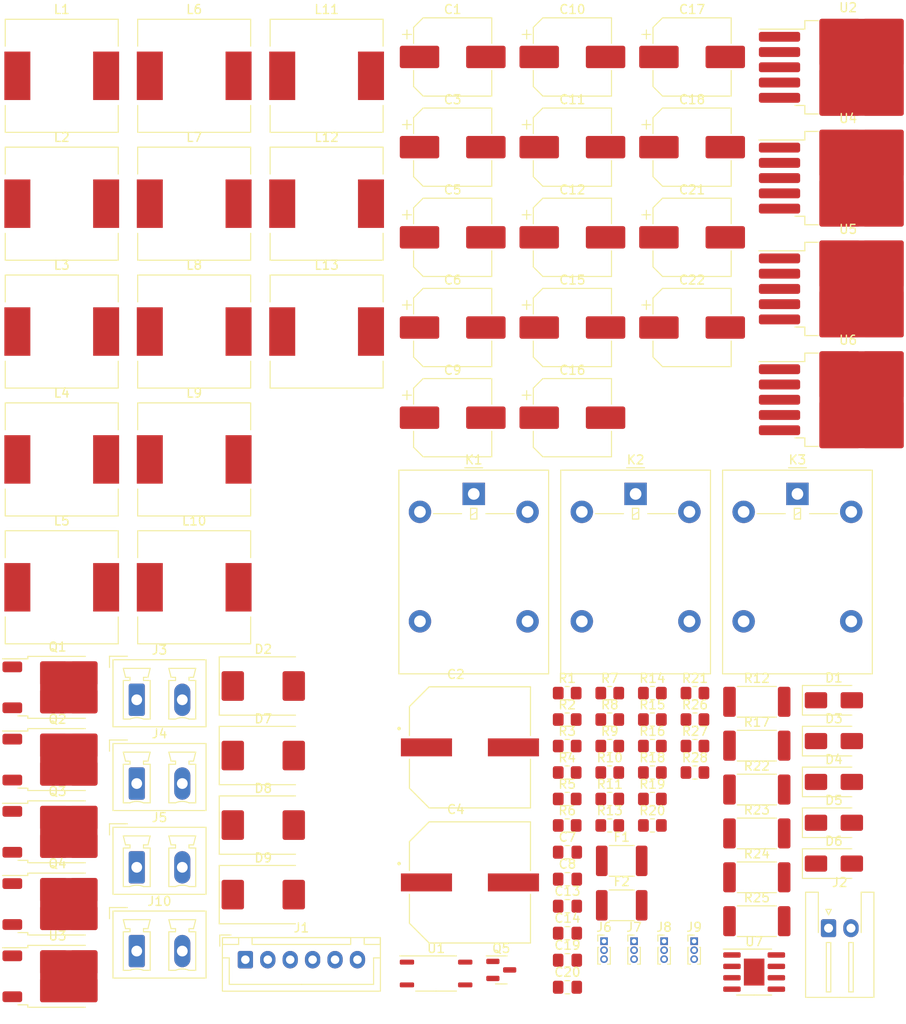
<source format=kicad_pcb>
(kicad_pcb (version 20221018) (generator pcbnew)
  (layers (0 "F.Cu" signal) (31 "B.Cu" signal) (34 "B.Paste" user) (35 "F.Paste" user) (36 "B.SilkS" user "B.Silkscreen") (37 "F.SilkS" user "F.Silkscreen") (38 "B.Mask" user) (39 "F.Mask" user) (44 "Edge.Cuts" user))
  (net 0 "")
  (net 1 "+BATT")
  (net 2 "Net-(D1-A)")
  (net 3 "Net-(D2-K)")
  (net 4 "Net-(D3-A)")
  (net 5 "Net-(D4-A)")
  (net 6 "Net-(D5-K)")
  (net 7 "Net-(D5-A)")
  (net 8 "Net-(D6-K)")
  (net 9 "Net-(J1-Pin_4)")
  (net 10 "Net-(J1-Pin_6)")
  (net 11 "Net-(J2-Pin_1)")
  (net 12 "Net-(J2-Pin_2)")
  (net 13 "Net-(J4-Pin_1)")
  (net 14 "-BATT")
  (net 15 "Net-(J6-Pin_1)")
  (net 16 "Net-(J6-Pin_3)")
  (net 17 "Net-(J7-Pin_2)")
  (net 18 "Net-(J8-Pin_1)")
  (net 19 "Net-(J8-Pin_3)")
  (net 20 "Net-(J9-Pin_1)")
  (net 21 "Net-(J9-Pin_3)")
  (net 22 "BOOSTOUT-")
  (net 23 "BOOSTOUT+")
  (net 24 "Net-(R1-Pad1)")
  (net 25 "Net-(R8-Pad2)")
  (net 26 "Net-(J4-Pin_2)")
  (net 27 "/Drain1")
  (net 28 "/Gate1")
  (net 29 "/12V")
  (net 30 "BOOSTIN+")
  (net 31 "BOOSTIN-")
  (net 32 "/5V")
  (net 33 "Net-(D7-K)")
  (net 34 "Net-(D8-K)")
  (net 35 "Net-(D9-K)")
  (net 36 "Net-(D7-A)")
  (net 37 "Net-(D8-A)")
  (net 38 "Net-(D9-A)")
  (net 39 "Net-(L2-Pad2)")
  (net 40 "Net-(L6-Pad2)")
  (net 41 "Net-(L10-Pad2)")
  (net 42 "Net-(Q5-B)")
  (net 43 "CCEN")
  (net 44 "Net-(U4-FB)")
  (net 45 "Net-(U5-FB)")
  (net 46 "Net-(U6-FB)")
  (net 47 "Net-(U7A--)")
  (net 48 "Net-(R28-Pad1)")
  (footprint "Resistor_SMD:R_2512_6332Metric_Pad1.40x3.35mm_HandSolder" (layer "F.Cu") (at 97.039 111.202)
    (fp_text reference "R24" (at 0 -2.62) (layer "F.SilkS"))
    (fp_text value "0.1Ohm 1W")
    (pad "1" smd roundrect (at -3.05 0) (size 1.4 3.35) (layers "F.Cu" "F.Paste" "F.Mask") (roundrect_rratio 0.178571) (net 31 "BOOSTIN-"))
    (pad "2" smd roundrect (at 3.05 0) (size 1.4 3.35) (layers "F.Cu" "F.Paste" "F.Mask") (roundrect_rratio 0.178571) (net 22 "BOOSTOUT-"))
  )
  (footprint "Inductor_SMD:L_12x12mm_H8mm" (layer "F.Cu") (at 49.059 50.382)
    (fp_text reference "L13" (at 0 -7.4) (layer "F.SilkS"))
    (fp_text value "CDRH127 47u")
    (pad "1" smd rect (at -4.95 0) (size 2.9 5.4) (layers "F.Cu" "F.Paste" "F.Mask") (net 41 "Net-(L10-Pad2)"))
    (pad "2" smd rect (at 4.95 0) (size 2.9 5.4) (layers "F.Cu" "F.Paste" "F.Mask") (net 38 "Net-(D9-A)"))
  )
  (footprint "Resistor_SMD:R_1812_4532Metric_Pad1.30x3.40mm_HandSolder" (layer "F.Cu") (at 81.969 114.322)
    (fp_text reference "F2" (at 0 -2.65) (layer "F.SilkS"))
    (fp_text value "5A 1808")
    (pad "1" smd roundrect (at -2.225 0) (size 1.3 3.4) (layers "F.Cu" "F.Paste" "F.Mask") (roundrect_rratio 0.192308) (net 26 "Net-(J4-Pin_2)"))
    (pad "2" smd roundrect (at 2.225 0) (size 1.3 3.4) (layers "F.Cu" "F.Paste" "F.Mask") (roundrect_rratio 0.192308) (net 1 "+BATT"))
  )
  (footprint "Capacitor_SMD:C_0805_2012Metric_Pad1.18x1.45mm_HandSolder" (layer "F.Cu") (at 75.919 123.452)
    (fp_text reference "C20" (at 0 -1.68) (layer "F.SilkS"))
    (fp_text value "1uF 50V")
    (pad "1" smd roundrect (at -1.0375 0) (size 1.175 1.45) (layers "F.Cu" "F.Paste" "F.Mask") (roundrect_rratio 0.212766) (net 35 "Net-(D9-K)"))
    (pad "2" smd roundrect (at 1.0375 0) (size 1.175 1.45) (layers "F.Cu" "F.Paste" "F.Mask") (roundrect_rratio 0.212766) (net 31 "BOOSTIN-"))
  )
  (footprint "Relay_THT:Relay_SPDT_Omron-G5LE-1" (layer "F.Cu") (at 101.569 68.477)
    (fp_text reference "K3" (at 0 -3.8) (layer "F.SilkS"))
    (fp_text value "Relay_SPDT")
    (pad "1" thru_hole rect (at 0 0) (size 2.5 2.5) (drill 1.3) (layers "*.Cu" "*.Mask") (net 23 "BOOSTOUT+"))
    (pad "2" thru_hole oval (at -6 2) (size 2.5 2.5) (drill 1.3) (layers "*.Cu" "*.Mask") (net 5 "Net-(D4-A)"))
    (pad "3" thru_hole oval (at -6 14.2) (size 2.5 2.5) (drill 1.3) (layers "*.Cu" "*.Mask") (net 21 "Net-(J9-Pin_3)"))
    (pad "4" thru_hole oval (at 6 14.2) (size 2.5 2.5) (drill 1.3) (layers "*.Cu" "*.Mask") (net 20 "Net-(J9-Pin_1)"))
    (pad "5" thru_hole oval (at 6 2) (size 2.5 2.5) (drill 1.3) (layers "*.Cu" "*.Mask") (net 29 "/12V"))
  )
  (footprint "Resistor_SMD:R_2512_6332Metric_Pad1.40x3.35mm_HandSolder" (layer "F.Cu") (at 97.039 116.092)
    (fp_text reference "R25" (at 0 -2.62) (layer "F.SilkS"))
    (fp_text value "0.1Ohm 1W")
    (pad "1" smd roundrect (at -3.05 0) (size 1.4 3.35) (layers "F.Cu" "F.Paste" "F.Mask") (roundrect_rratio 0.178571) (net 31 "BOOSTIN-"))
    (pad "2" smd roundrect (at 3.05 0) (size 1.4 3.35) (layers "F.Cu" "F.Paste" "F.Mask") (roundrect_rratio 0.178571) (net 22 "BOOSTOUT-"))
  )
  (footprint "Capacitor_SMD:C_0805_2012Metric_Pad1.18x1.45mm_HandSolder" (layer "F.Cu") (at 75.919 108.402)
    (fp_text reference "C7" (at 0 -1.68) (layer "F.SilkS"))
    (fp_text value "1uF 50V")
    (pad "1" smd roundrect (at -1.0375 0) (size 1.175 1.45) (layers "F.Cu" "F.Paste" "F.Mask") (roundrect_rratio 0.212766) (net 30 "BOOSTIN+"))
    (pad "2" smd roundrect (at 1.0375 0) (size 1.175 1.45) (layers "F.Cu" "F.Paste" "F.Mask") (roundrect_rratio 0.212766) (net 31 "BOOSTIN-"))
  )
  (footprint "Inductor_SMD:L_12x12mm_H8mm" (layer "F.Cu") (at 49.059 36.132)
    (fp_text reference "L12" (at 0 -7.4) (layer "F.SilkS"))
    (fp_text value "CDRH127 47u")
    (pad "1" smd rect (at -4.95 0) (size 2.9 5.4) (layers "F.Cu" "F.Paste" "F.Mask") (net 41 "Net-(L10-Pad2)"))
    (pad "2" smd rect (at 4.95 0) (size 2.9 5.4) (layers "F.Cu" "F.Paste" "F.Mask") (net 38 "Net-(D9-A)"))
  )
  (footprint "Inductor_SMD:L_12x12mm_H8mm" (layer "F.Cu") (at 34.289 50.382)
    (fp_text reference "L8" (at 0 -7.4) (layer "F.SilkS"))
    (fp_text value "CDRH127 47u")
    (pad "1" smd rect (at -4.95 0) (size 2.9 5.4) (layers "F.Cu" "F.Paste" "F.Mask") (net 40 "Net-(L6-Pad2)"))
    (pad "2" smd rect (at 4.95 0) (size 2.9 5.4) (layers "F.Cu" "F.Paste" "F.Mask") (net 37 "Net-(D8-A)"))
  )
  (footprint "Capacitor_SMD:CP_Elec_8x10.5" (layer "F.Cu") (at 76.469 49.932)
    (fp_text reference "C15" (at 0 -5.3) (layer "F.SilkS"))
    (fp_text value "100uF 50V")
    (pad "1" smd roundrect (at -3.7 0) (size 4.4 2.5) (layers "F.Cu" "F.Paste" "F.Mask") (roundrect_rratio 0.1) (net 34 "Net-(D8-K)"))
    (pad "2" smd roundrect (at 3.7 0) (size 4.4 2.5) (layers "F.Cu" "F.Paste" "F.Mask") (roundrect_rratio 0.1) (net 31 "BOOSTIN-"))
  )
  (footprint "Resistor_SMD:R_0805_2012Metric_Pad1.20x1.40mm_HandSolder" (layer "F.Cu") (at 75.889 93.622)
    (fp_text reference "R2" (at 0 -1.65) (layer "F.SilkS"))
    (fp_text value "10k")
    (pad "1" smd roundrect (at -1 0) (size 1.2 1.4) (layers "F.Cu" "F.Paste" "F.Mask") (roundrect_rratio 0.208333) (net 14 "-BATT"))
    (pad "2" smd roundrect (at 1 0) (size 1.2 1.4) (layers "F.Cu" "F.Paste" "F.Mask") (roundrect_rratio 0.208333) (net 28 "/Gate1"))
  )
  (footprint "Resistor_SMD:R_0805_2012Metric_Pad1.20x1.40mm_HandSolder" (layer "F.Cu") (at 90.139 99.522)
    (fp_text reference "R28" (at 0 -1.65) (layer "F.SilkS"))
    (fp_text value "1k")
    (pad "1" smd roundrect (at -1 0) (size 1.2 1.4) (layers "F.Cu" "F.Paste" "F.Mask") (roundrect_rratio 0.208333) (net 48 "Net-(R28-Pad1)"))
    (pad "2" smd roundrect (at 1 0) (size 1.2 1.4) (layers "F.Cu" "F.Paste" "F.Mask") (roundrect_rratio 0.208333) (net 42 "Net-(Q5-B)"))
  )
  (footprint "Capacitor_SMD:C_0805_2012Metric_Pad1.18x1.45mm_HandSolder" (layer "F.Cu") (at 75.919 117.432)
    (fp_text reference "C14" (at 0 -1.68) (layer "F.SilkS"))
    (fp_text value "1uF 50V")
    (pad "1" smd roundrect (at -1.0375 0) (size 1.175 1.45) (layers "F.Cu" "F.Paste" "F.Mask") (roundrect_rratio 0.212766) (net 34 "Net-(D8-K)"))
    (pad "2" smd roundrect (at 1.0375 0) (size 1.175 1.45) (layers "F.Cu" "F.Paste" "F.Mask") (roundrect_rratio 0.212766) (net 31 "BOOSTIN-"))
  )
  (footprint "Package_TO_SOT_SMD:SOT-23" (layer "F.Cu") (at 68.539 121.522)
    (fp_text reference "Q5" (at 0 -2.4) (layer "F.SilkS"))
    (fp_text value "MMBT5551L")
    (pad "1" smd roundrect (at -0.9375 -0.95) (size 1.475 0.6) (layers "F.Cu" "F.Paste" "F.Mask") (net 42 "Net-(Q5-B)"))
    (pad "2" smd roundrect (at -0.9375 0.95) (size 1.475 0.6) (layers "F.Cu" "F.Paste" "F.Mask") (net 31 "BOOSTIN-"))
    (pad "3" smd roundrect (at 0.9375 0) (size 1.475 0.6) (layers "F.Cu" "F.Paste" "F.Mask") (net 43 "CCEN"))
  )
  (footprint "Relay_THT:Relay_SPDT_Omron-G5LE-1" (layer "F.Cu") (at 83.519 68.477)
    (fp_text reference "K2" (at 0 -3.8) (layer "F.SilkS"))
    (fp_text value "Relay_SPDT")
    (pad "1" thru_hole rect (at 0 0) (size 2.5 2.5) (drill 1.3) (layers "*.Cu" "*.Mask") (net 22 "BOOSTOUT-"))
    (pad "2" thru_hole oval (at -6 2) (size 2.5 2.5) (drill 1.3) (layers "*.Cu" "*.Mask") (net 5 "Net-(D4-A)"))
    (pad "3" thru_hole oval (at -6 14.2) (size 2.5 2.5) (drill 1.3) (layers "*.Cu" "*.Mask") (net 19 "Net-(J8-Pin_3)"))
    (pad "4" thru_hole oval (at 6 14.2) (size 2.5 2.5) (drill 1.3) (layers "*.Cu" "*.Mask") (net 18 "Net-(J8-Pin_1)"))
    (pad "5" thru_hole oval (at 6 2) (size 2.5 2.5) (drill 1.3) (layers "*.Cu" "*.Mask") (net 29 "/12V"))
  )
  (footprint "Diode_SMD:D_SMA" (layer "F.Cu") (at 105.634 105.122)
    (fp_text reference "D5" (at 0 -2.5) (layer "F.SilkS"))
    (fp_text value "1n4007")
    (pad "1" smd roundrect (at -2 0) (size 2.5 1.8) (layers "F.Cu" "F.Paste" "F.Mask") (roundrect_rratio 0.1388888889) (net 6 "Net-(D5-K)"))
    (pad "2" smd roundrect (at 2 0) (size 2.5 1.8) (layers "F.Cu" "F.Paste" "F.Mask") (roundrect_rratio 0.1388888889) (net 7 "Net-(D5-A)"))
  )
  (footprint "Capacitor_SMD:CP_Elec_8x10.5" (layer "F.Cu") (at 76.469 59.982)
    (fp_text reference "C16" (at 0 -5.3) (layer "F.SilkS"))
    (fp_text value "100uF 50V")
    (pad "1" smd roundrect (at -3.7 0) (size 4.4 2.5) (layers "F.Cu" "F.Paste" "F.Mask") (roundrect_rratio 0.1) (net 34 "Net-(D8-K)"))
    (pad "2" smd roundrect (at 3.7 0) (size 4.4 2.5) (layers "F.Cu" "F.Paste" "F.Mask") (roundrect_rratio 0.1) (net 31 "BOOSTIN-"))
  )
  (footprint "25V 1000uF:CAP_EEEFK1E102AQ" (layer "F.Cu") (at 65.044 96.722)
    (fp_text reference "C2" (at -1.575 -8.135) (layer "F.SilkS"))
    (fp_text value "25V 1000uF")
    (pad "1" smd rect (at -4.85 0) (size 5.7 2) (layers "F.Cu" "F.Paste" "F.Mask") (net 29 "/12V"))
    (pad "2" smd rect (at 4.85 0 180) (size 5.7 2) (layers "F.Cu" "F.Paste" "F.Mask") (net 27 "/Drain1"))
  )
  (footprint "Resistor_SMD:R_1812_4532Metric_Pad1.30x3.40mm_HandSolder" (layer "F.Cu") (at 81.969 109.372)
    (fp_text reference "F1" (at 0 -2.65) (layer "F.SilkS"))
    (fp_text value "5A 1808")
    (pad "1" smd roundrect (at -2.225 0) (size 1.3 3.4) (layers "F.Cu" "F.Paste" "F.Mask") (roundrect_rratio 0.192308) (net 13 "Net-(J4-Pin_1)"))
    (pad "2" smd roundrect (at 2.225 0) (size 1.3 3.4) (layers "F.Cu" "F.Paste" "F.Mask") (roundrect_rratio 0.192308) (net 14 "-BATT"))
  )
  (footprint "Inductor_SMD:L_12x12mm_H8mm" (layer "F.Cu") (at 19.519 36.132)
    (fp_text reference "L2" (at 0 -7.4) (layer "F.SilkS"))
    (fp_text value "CDRH127 47u")
    (pad "1" smd rect (at -4.95 0) (size 2.9 5.4) (layers "F.Cu" "F.Paste" "F.Mask") (net 30 "BOOSTIN+"))
    (pad "2" smd rect (at 4.95 0) (size 2.9 5.4) (layers "F.Cu" "F.Paste" "F.Mask") (net 39 "Net-(L2-Pad2)"))
  )
  (footprint "Capacitor_SMD:CP_Elec_8x10.5" (layer "F.Cu") (at 63.119 39.882)
    (fp_text reference "C5" (at 0 -5.3) (layer "F.SilkS"))
    (fp_text value "100uF 50V")
    (pad "1" smd roundrect (at -3.7 0) (size 4.4 2.5) (layers "F.Cu" "F.Paste" "F.Mask") (roundrect_rratio 0.1) (net 30 "BOOSTIN+"))
    (pad "2" smd roundrect (at 3.7 0) (size 4.4 2.5) (layers "F.Cu" "F.Paste" "F.Mask") (roundrect_rratio 0.1) (net 31 "BOOSTIN-"))
  )
  (footprint "Connector_Phoenix_MC_HighVoltage:PhoenixContact_MCV_1,5_2-G-5.08_1x02_P5.08mm_Vertical" (layer "F.Cu") (at 27.884 100.752)
    (fp_text reference "J4" (at 2.54 -5.55) (layer "F.SilkS"))
    (fp_text value "Battery")
    (pad "1" thru_hole roundrect (at 0 0) (size 1.8 3.6) (drill 1.2) (layers "*.Cu" "*.Mask") (roundrect_rratio 0.138889) (net 13 "Net-(J4-Pin_1)"))
    (pad "2" thru_hole oval (at 5.08 0) (size 1.8 3.6) (drill 1.2) (layers "*.Cu" "*.Mask") (net 26 "Net-(J4-Pin_2)"))
  )
  (footprint "Resistor_SMD:R_0805_2012Metric_Pad1.20x1.40mm_HandSolder" (layer "F.Cu") (at 85.389 99.522)
    (fp_text reference "R18" (at 0 -1.65) (layer "F.SilkS"))
    (fp_text value "39k")
    (pad "1" smd roundrect (at -1 0) (size 1.2 1.4) (layers "F.Cu" "F.Paste" "F.Mask") (roundrect_rratio 0.208333) (net 35 "Net-(D9-K)"))
    (pad "2" smd roundrect (at 1 0) (size 1.2 1.4) (layers "F.Cu" "F.Paste" "F.Mask") (roundrect_rratio 0.208333) (net 46 "Net-(U6-FB)"))
  )
  (footprint "Diode_SMD:D_SMA" (layer "F.Cu") (at 105.634 91.472)
    (fp_text reference "D1" (at 0 -2.5) (layer "F.SilkS"))
    (fp_text value "1n4007")
    (pad "1" smd roundrect (at -2 0) (size 2.5 1.8) (layers "F.Cu" "F.Paste" "F.Mask") (roundrect_rratio 0.1388888889) (net 29 "/12V"))
    (pad "2" smd roundrect (at 2 0) (size 2.5 1.8) (layers "F.Cu" "F.Paste" "F.Mask") (roundrect_rratio 0.1388888889) (net 2 "Net-(D1-A)"))
  )
  (footprint "Resistor_SMD:R_2512_6332Metric_Pad1.40x3.35mm_HandSolder" (layer "F.Cu") (at 97.039 106.312)
    (fp_text reference "R23" (at 0 -2.62) (layer "F.SilkS"))
    (fp_text value "0.1Ohm 1W")
    (pad "1" smd roundrect (at -3.05 0) (size 1.4 3.35) (layers "F.Cu" "F.Paste" "F.Mask") (roundrect_rratio 0.178571) (net 31 "BOOSTIN-"))
    (pad "2" smd roundrect (at 3.05 0) (size 1.4 3.35) (layers "F.Cu" "F.Paste" "F.Mask") (roundrect_rratio 0.178571) (net 22 "BOOSTOUT-"))
  )
  (footprint "Capacitor_SMD:CP_Elec_8x10.5" (layer "F.Cu") (at 89.819 39.882)
    (fp_text reference "C21" (at 0 -5.3) (layer "F.SilkS"))
    (fp_text value "100uF 50V")
    (pad "1" smd roundrect (at -3.7 0) (size 4.4 2.5) (layers "F.Cu" "F.Paste" "F.Mask") (roundrect_rratio 0.1) (net 35 "Net-(D9-K)"))
    (pad "2" smd roundrect (at 3.7 0) (size 4.4 2.5) (layers "F.Cu" "F.Paste" "F.Mask") (roundrect_rratio 0.1) (net 31 "BOOSTIN-"))
  )
  (footprint "Inductor_SMD:L_12x12mm_H8mm" (layer "F.Cu") (at 19.519 50.382)
    (fp_text reference "L3" (at 0 -7.4) (layer "F.SilkS"))
    (fp_text value "CDRH127 47u")
    (pad "1" smd rect (at -4.95 0) (size 2.9 5.4) (layers "F.Cu" "F.Paste" "F.Mask") (net 30 "BOOSTIN+"))
    (pad "2" smd rect (at 4.95 0) (size 2.9 5.4) (layers "F.Cu" "F.Paste" "F.Mask") (net 39 "Net-(L2-Pad2)"))
  )
  (footprint "Connector_Phoenix_MC_HighVoltage:PhoenixContact_MCV_1,5_2-G-5.08_1x02_P5.08mm_Vertical" (layer "F.Cu") (at 27.884 91.417)
    (fp_text reference "J3" (at 2.54 -5.55) (layer "F.SilkS"))
    (fp_text value "Charger")
    (pad "1" thru_hole roundrect (at 0 0) (size 1.8 3.6) (drill 1.2) (layers "*.Cu" "*.Mask") (roundrect_rratio 0.138889) (net 31 "BOOSTIN-"))
    (pad "2" thru_hole oval (at 5.08 0) (size 1.8 3.6) (drill 1.2) (layers "*.Cu" "*.Mask") (net 30 "BOOSTIN+"))
  )
  (footprint "25V 1000uF:CAP_EEEFK1E102AQ" (layer "F.Cu") (at 65.044 111.772)
    (fp_text reference "C4" (at -1.575 -8.135) (layer "F.SilkS"))
    (fp_text value "25V 1000uF")
    (pad "1" smd rect (at -4.85 0) (size 5.7 2) (layers "F.Cu" "F.Paste" "F.Mask") (net 32 "/5V"))
    (pad "2" smd rect (at 4.85 0 180) (size 5.7 2) (layers "F.Cu" "F.Paste" "F.Mask") (net 31 "BOOSTIN-"))
  )
  (footprint "Connector_PinHeader_1.00mm:PinHeader_1x03_P1.00mm_Vertical" (layer "F.Cu") (at 79.999 118.322)
    (fp_text reference "J6" (at 0 -1.56) (layer "F.SilkS"))
    (fp_text value "NO/NC Contactor")
    (pad "1" thru_hole rect (at 0 0) (size 0.85 0.85) (drill 0.5) (layers "*.Cu" "*.Mask") (net 15 "Net-(J6-Pin_1)"))
    (pad "2" thru_hole oval (at 0 1) (size 0.85 0.85) (drill 0.5) (layers "*.Cu" "*.Mask") (net 2 "Net-(D1-A)"))
    (pad "3" thru_hole oval (at 0 2) (size 0.85 0.85) (drill 0.5) (layers "*.Cu" "*.Mask") (net 16 "Net-(J6-Pin_3)"))
  )
  (footprint "Capacitor_SMD:C_0805_2012Metric_Pad1.18x1.45mm_HandSolder" (layer "F.Cu") (at 75.919 114.422)
    (fp_text reference "C13" (at 0 -1.68) (layer "F.SilkS"))
    (fp_text value "1uF 50V")
    (pad "1" smd roundrect (at -1.0375 0) (size 1.175 1.45) (layers "F.Cu" "F.Paste" "F.Mask") (roundrect_rratio 0.212766) (net 30 "BOOSTIN+"))
    (pad "2" smd roundrect (at 1.0375 0) (size 1.175 1.45) (layers "F.Cu" "F.Paste" "F.Mask") (roundrect_rratio 0.212766) (net 31 "BOOSTIN-"))
  )
  (footprint "Package_TO_SOT_SMD:TO-263-5_TabPin3" (layer "F.Cu") (at 107.219 33.282)
    (fp_text reference "U4" (at 0 -6.65) (layer "F.SilkS"))
    (fp_text value "XL6019")
    (pad "1" smd roundrect (at -7.65 -3.4) (size 4.6 1.1) (layers "F.Cu" "F.Paste" "F.Mask") (roundrect_rratio 0.227273) (net 31 "BOOSTIN-"))
    (pad "2" smd roundrect (at -7.65 -1.7) (size 4.6 1.1) (layers "F.Cu" "F.Paste" "F.Mask") (roundrect_rratio 0.227273) (net 43 "CCEN"))
    (pad "3" smd roundrect (at -7.65 0) (size 4.6 1.1) (layers "F.Cu" "F.Paste" "F.Mask") (roundrect_rratio 0.227273) (net 36 "Net-(D7-A)"))
    (pad "3" smd roundrect (at -0.925 -2.775) (size 4.55 5.25) (layers "F.Cu" "F.Paste") (roundrect_rratio 0.054945) (net 36 "Net-(D7-A)"))
    (pad "3" smd roundrect (at -0.925 2.775) (size 4.55 5.25) (layers "F.Cu" "F.Paste") (roundrect_rratio 0.054945) (net 36 "Net-(D7-A)"))
    (pad "3" smd roundrect (at 1.5 0) (size 9.4 10.8) (layers "F.Cu" "F.Mask") (roundrect_rratio 0.026596) (net 36 "Net-(D7-A)"))
    (pad "3" smd roundrect (at 3.925 -2.775) (size 4.55 5.25) (layers "F.Cu" "F.Paste") (roundrect_rratio 0.054945) (net 36 "Net-(D7-A)"))
    (pad "3" smd roundrect (at 3.925 2.775) (size 4.55 5.25) (layers "F.Cu" "F.Paste") (roundrect_rratio 0.054945) (net 36 "Net-(D7-A)"))
    (pad "4" smd roundrect (at -7.65 1.7) (size 4.6 1.1) (layers "F.Cu" "F.Paste" "F.Mask") (roundrect_rratio 0.227273) (net 30 "BOOSTIN+"))
    (pad "5" smd roundrect (at -7.65 3.4) (size 4.6 1.1) (layers "F.Cu" "F.Paste" "F.Mask") (roundrect_rratio 0.227273) (net 44 "Net-(U4-FB)"))
  )
  (footprint "Connector_PinHeader_1.00mm:PinHeader_1x03_P1.00mm_Vertical" (layer "F.Cu") (at 86.699 118.322)
    (fp_text reference "J8" (at 0 -1.56) (layer "F.SilkS"))
    (fp_text value "NO/NC Charge-")
    (pad "1" thru_hole rect (at 0 0) (size 0.85 0.85) (drill 0.5) (layers "*.Cu" "*.Mask") (net 18 "Net-(J8-Pin_1)"))
    (pad "2" thru_hole oval (at 0 1) (size 0.85 0.85) (drill 0.5) (layers "*.Cu" "*.Mask") (net 17 "Net-(J7-Pin_2)"))
    (pad "3" thru_hole oval (at 0 2) (size 0.85 0.85) (drill 0.5) (layers "*.Cu" "*.Mask") (net 19 "Net-(J8-Pin_3)"))
  )
  (footprint "Package_TO_SOT_SMD:TO-263-5_TabPin3" (layer "F.Cu") (at 107.219 57.982)
    (fp_text reference "U6" (at 0 -6.65) (layer "F.SilkS"))
    (fp_text value "XL6019")
    (pad "1" smd roundrect (at -7.65 -3.4) (size 4.6 1.1) (layers "F.Cu" "F.Paste" "F.Mask") (roundrect_rratio 0.227273) (net 31 "BOOSTIN-"))
    (pad "2" smd roundrect (at -7.65 -1.7) (size 4.6 1.1) (layers "F.Cu" "F.Paste" "F.Mask") (roundrect_rratio 0.227273) (net 43 "CCEN"))
    (pad "3" smd roundrect (at -7.65 0) (size 4.6 1.1) (layers "F.Cu" "F.Paste" "F.Mask") (roundrect_rratio 0.227273) (net 38 "Net-(D9-A)"))
    (pad "3" smd roundrect (at -0.925 -2.775) (size 4.55 5.25) (layers "F.Cu" "F.Paste") (roundrect_rratio 0.054945) (net 38 "Net-(D9-A)"))
    (pad "3" smd roundrect (at -0.925 2.775) (size 4.55 5.25) (layers "F.Cu" "F.Paste") (roundrect_rratio 0.054945) (net 38 "Net-(D9-A)"))
    (pad "3" smd roundrect (at 1.5 0) (size 9.4 10.8) (layers "F.Cu" "F.Mask") (roundrect_rratio 0.026596) (net 38 "Net-(D9-A)"))
    (pad "3" smd roundrect (at 3.925 -2.775) (size 4.55 5.25) (layers "F.Cu" "F.Paste") (roundrect_rratio 0.054945) (net 38 "Net-(D9-A)"))
    (pad "3" smd roundrect (at 3.925 2.775) (size 4.55 5.25) (layers "F.Cu" "F.Paste") (roundrect_rratio 0.054945) (net 38 "Net-(D9-A)"))
    (pad "4" smd roundrect (at -7.65 1.7) (size 4.6 1.1) (layers "F.Cu" "F.Paste" "F.Mask") (roundrect_rratio 0.227273) (net 30 "BOOSTIN+"))
    (pad "5" smd roundrect (at -7.65 3.4) (size 4.6 1.1) (layers "F.Cu" "F.Paste" "F.Mask") (roundrect_rratio 0.227273) (net 46 "Net-(U6-FB)"))
  )
  (footprint "Package_TO_SOT_SMD:TO-263-5_TabPin3" (layer "F.Cu") (at 107.219 20.932)
    (fp_text reference "U2" (at 0 -6.65) (layer "F.SilkS"))
    (fp_text value "LM2576HVS-12")
    (pad "1" smd roundrect (at -7.65 -3.4) (size 4.6 1.1) (layers "F.Cu" "F.Paste" "F.Mask") (roundrect_rratio 0.227273) (net 1 "+BATT"))
    (pad "2" smd roundrect (at -7.65 -1.7) (size 4.6 1.1) (layers "F.Cu" "F.Paste" "F.Mask") (roundrect_rratio 0.227273) (net 3 "Net-(D2-K)"))
    (pad "3" smd roundrect (at -7.65 0) (size 4.6 1.1) (layers "F.Cu" "F.Paste" "F.Mask") (roundrect_rratio 0.227273) (net 27 "/Drain1"))
    (pad "3" smd roundrect (at -0.925 -2.775) (size 4.55 5.25) (layers "F.Cu" "F.Paste") (roundrect_rratio 0.054945) (net 27 "/Drain1"))
    (pad "3" smd roundrect (at -0.925 2.775) (size 4.55 5.25) (layers "F.Cu" "F.Paste") (roundrect_rratio 0.054945) (net 27 "/Drain1"))
    (pad "3" smd roundrect (at 1.5 0) (size 9.4 10.8) (layers "F.Cu" "F.Mask") (roundrect_rratio 0.026596) (net 27 "/Drain1"))
    (pad "3" smd roundrect (at 3.925 -2.775) (size 4.55 5.25) (layers "F.Cu" "F.Paste") (roundrect_rratio 0.054945) (net 27 "/Drain1"))
    (pad "3" smd roundrect (at 3.925 2.775) (size 4.55 5.25) (layers "F.Cu" "F.Paste") (roundrect_rratio 0.054945) (net 27 "/Drain1"))
    (pad "4" smd roundrect (at -7.65 1.7) (size 4.6 1.1) (layers "F.Cu" "F.Paste" "F.Mask") (roundrect_rratio 0.227273) (net 29 "/12V"))
    (pad "5" smd roundrect (at -7.65 3.4) (size 4.6 1.1) (layers "F.Cu" "F.Paste" "F.Mask") (roundrect_rratio 0.227273) (net 27 "/Drain1"))
  )
  (footprint "Resistor_SMD:R_0805_2012Metric_Pad1.20x1.40mm_HandSolder" (layer "F.Cu") (at 90.139 90.672)
    (fp_text reference "R21" (at 0 -1.65) (layer "F.SilkS"))
    (fp_text value "1k")
    (pad "1" smd roundrect (at -1 0) (size 1.2 1.4) (layers "F.Cu" "F.Paste" "F.Mask") (roundrect_rratio 0.208333) (net 46 "Net-(U6-FB)"))
    (pad "2" smd roundrect (at 1 0) (size 1.2 1.4) (layers "F.Cu" "F.Paste" "F.Mask") (roundrect_rratio 0.208333) (net 31 "BOOSTIN-"))
  )
  (footprint "Inductor_SMD:L_12x12mm_H8mm" (layer "F.Cu") (at 19.519 21.882)
    (fp_text reference "L1" (at 0 -7.4) (layer "F.SilkS"))
    (fp_text value "CDRH127 100u")
    (pad "1" smd rect (at -4.95 0) (size 2.9 5.4) (layers "F.Cu" "F.Paste" "F.Mask") (net 3 "Net-(D2-K)"))
    (pad "2" smd rect (at 4.95 0) (size 2.9 5.4) (layers "F.Cu" "F.Paste" "F.Mask") (net 29 "/12V"))
  )
  (footprint "Resistor_SMD:R_2512_6332Metric_Pad1.40x3.35mm_HandSolder" (layer "F.Cu") (at 97.039 91.642)
    (fp_text reference "R12" (at 0 -2.62) (layer "F.SilkS"))
    (fp_text value "0.1Ohm 1W")
    (pad "1" smd roundrect (at -3.05 0) (size 1.4 3.35) (layers "F.Cu" "F.Paste" "F.Mask") (roundrect_rratio 0.178571) (net 33 "Net-(D7-K)"))
    (pad "2" smd roundrect (at 3.05 0) (size 1.4 3.35) (layers "F.Cu" "F.Paste" "F.Mask") (roundrect_rratio 0.178571) (net 23 "BOOSTOUT+"))
  )
  (footprint "Connector_Phoenix_MC_HighVoltage:PhoenixContact_MCV_1,5_2-G-5.08_1x02_P5.08mm_Vertical" (layer "F.Cu") (at 27.884 119.422)
    (fp_text reference "J10" (at 2.54 -5.55) (layer "F.SilkS"))
    (fp_text value "Boost OUT")
    (pad "1" thru_hole roundrect (at 0 0) (size 1.8 3.6) (drill 1.2) (layers "*.Cu" "*.Mask") (roundrect_rratio 0.138889) (net 22 "BOOSTOUT-"))
    (pad "2" thru_hole oval (at 5.08 0) (size 1.8 3.6) (drill 1.2) (layers "*.Cu" "*.Mask") (net 23 "BOOSTOUT+"))
  )
  (footprint "Capacitor_SMD:CP_Elec_8x10.5" (layer "F.Cu") (at 89.819 29.832)
    (fp_text reference "C18" (at 0 -5.3) (layer "F.SilkS"))
    (fp_text value "100uF 50V")
    (pad "1" smd roundrect (at -3.7 0) (size 4.4 2.5) (layers "F.Cu" "F.Paste" "F.Mask") (roundrect_rratio 0.1) (net 30 "BOOSTIN+"))
    (pad "2" smd roundrect (at 3.7 0) (size 4.4 2.5) (layers "F.Cu" "F.Paste" "F.Mask") (roundrect_rratio 0.1) (net 31 "BOOSTIN-"))
  )
  (footprint "Package_SO:SOIC-4_4.55x3.7mm_P2.54mm" (layer "F.Cu") (at 61.269 121.922)
    (fp_text reference "U1" (at 0 -2.8) (layer "F.SilkS"))
    (fp_text value "TLP185")
    (pad "1" smd roundrect (at -3.25 -1.27) (size 1.6 0.55) (layers "F.Cu" "F.Paste" "F.Mask") (net 24 "Net-(R1-Pad1)"))
    (pad "3" smd roundrect (at -3.25 1.27) (size 1.6 0.55) (layers "F.Cu" "F.Paste" "F.Mask") (net 11 "Net-(J2-Pin_1)"))
    (pad "4" smd roundrect (at 3.25 1.27) (size 1.6 0.55) (layers "F.Cu" "F.Paste" "F.Mask") (net 10 "Net-(J1-Pin_6)"))
    (pad "6" smd roundrect (at 3.25 -1.27) (size 1.6 0.55) (layers "F.Cu" "F.Paste" "F.Mask") (net 25 "Net-(R8-Pad2)"))
  )
  (footprint "Diode_SMD:D_SMC" (layer "F.Cu") (at 41.994 113.132)
    (fp_text reference "D9" (at 0 -4.1) (layer "F.SilkS"))
    (fp_text value "SS56")
    (pad "1" smd roundrect (at -3.4 0 90) (size 3.3 2.5) (layers "F.Cu" "F.Paste" "F.Mask") (roundrect_rratio 0.1) (net 35 "Net-(D9-K)"))
    (pad "2" smd roundrect (at 3.4 0 90) (size 3.3 2.5) (layers "F.Cu" "F.Paste" "F.Mask") (roundrect_rratio 0.1) (net 38 "Net-(D9-A)"))
  )
  (footprint "Relay_THT:Relay_SPDT_Omron-G5LE-1" (layer "F.Cu") (at 65.469 68.477)
    (fp_text reference "K1" (at 0 -3.8) (layer "F.SilkS"))
    (fp_text value "Relay_SPDT")
    (pad "1" thru_hole rect (at 0 0) (size 2.5 2.5) (drill 1.3) (layers "*.Cu" "*.Mask") (net 14 "-BATT"))
    (pad "2" thru_hole oval (at -6 2) (size 2.5 2.5) (drill 1.3) (layers "*.Cu" "*.Mask") (net 4 "Net-(D3-A)"))
    (pad "3" thru_hole oval (at -6 14.2) (size 2.5 2.5) (drill 1.3) (layers "*.Cu" "*.Mask") (net 16 "Net-(J6-Pin_3)"))
    (pad "4" thru_hole oval (at 6 14.2) (size 2.5 2.5) (drill 1.3) (layers "*.Cu" "*.Mask") (net 15 "Net-(J6-Pin_1)"))
    (pad "5" thru_hole oval (at 6 2) (size 2.5 2.5) (drill 1.3) (layers "*.Cu" "*.Mask") (net 29 "/12V"))
  )
  (footprint "Inductor_SMD:L_12x12mm_H8mm" (layer "F.Cu") (at 34.289 21.882)
    (fp_text reference "L6" (at 0 -7.4) (layer "F.SilkS"))
    (fp_text value "CDRH127 47u")
    (pad "1" smd rect (at -4.95 0) (size 2.9 5.4) (layers "F.Cu" "F.Paste" "F.Mask") (net 30 "BOOSTIN+"))
    (pad "2" smd rect (at 4.95 0) (size 2.9 5.4) (layers "F.Cu" "F.Paste" "F.Mask") (net 40 "Net-(L6-Pad2)"))
  )
  (footprint "Resistor_SMD:R_0805_2012Metric_Pad1.20x1.40mm_HandSolder" (layer "F.Cu") (at 75.889 105.422)
    (fp_text reference "R6" (at 0 -1.65) (layer "F.SilkS"))
    (fp_text value "39k")
    (pad "1" smd roundrect (at -1 0) (size 1.2 1.4) (layers "F.Cu" "F.Paste" "F.Mask") (roundrect_rratio 0.208333) (net 33 "Net-(D7-K)"))
    (pad "2" smd roundrect (at 1 0) (size 1.2 1.4) (layers "F.Cu" "F.Paste" "F.Mask") (roundrect_rratio 0.208333) (net 44 "Net-(U4-FB)"))
  )
  (footprint "Connector_Phoenix_MC_HighVoltage:PhoenixContact_MCV_1,5_2-G-5.08_1x02_P5.08mm_Vertical" (layer "F.Cu") (at 27.884 110.087)
    (fp_text reference "J5" (at 2.54 -5.55) (layer "F.SilkS"))
    (fp_text value "Contactor")
    (pad "1" thru_hole roundrect (at 0 0) (size 1.8 3.6) (drill 1.2) (layers "*.Cu" "*.Mask") (roundrect_rratio 0.138889) (net 2 "Net-(D1-A)"))
    (pad "2" thru_hole oval (at 5.08 0) (size 1.8 3.6) (drill 1.2) (layers "*.Cu" "*.Mask") (net 29 "/12V"))
  )
  (footprint "Capacitor_SMD:CP_Elec_8x10.5" (layer "F.Cu") (at 63.119 49.932)
    (fp_text reference "C6" (at 0 -5.3) (layer "F.SilkS"))
    (fp_text value "100uF 50V")
    (pad "1" smd roundrect (at -3.7 0) (size 4.4 2.5) (layers "F.Cu" "F.Paste" "F.Mask") (roundrect_rratio 0.1) (net 30 "BOOSTIN+"))
    (pad "2" smd roundrect (at 3.7 0) (size 4.4 2.5) (layers "F.Cu" "F.Paste" "F.Mask") (roundrect_rratio 0.1) (net 31 "BOOSTIN-"))
  )
  (footprint "Package_TO_SOT_SMD:TO-263-5_TabPin3" (layer "F.Cu") (at 107.219 45.632)
    (fp_text reference "U5" (at 0 -6.65) (layer "F.SilkS"))
    (fp_text value "XL6019")
    (pad "1" smd roundrect (at -7.65 -3.4) (size 4.6 1.1) (layers "F.Cu" "F.Paste" "F.Mask") (roundrect_rratio 0.227273) (net 31 "BOOSTIN-"))
    (pad "2" smd roundrect (at -7.65 -1.7) (size 4.6 1.1) (layers "F.Cu" "F.Paste" "F.Mask") (roundrect_rratio 0.227273) (net 43 "CCEN"))
    (pad "3" smd roundrect (at -7.65 0) (size 4.6 1.1) (layers "F.Cu" "F.Paste" "F.Mask") (roundrect_rratio 0.227273) (net 37 "Net-(D8-A)"))
    (pad "3" smd roundrect (at -0.925 -2.775) (size 4.55 5.25) (layers "F.Cu" "F.Paste") (roundrect_rratio 0.054945) (net 37 "Net-(D8-A)"))
    (pad "3" smd roundrect (at -0.925 2.775) (size 4.55 5.25) (layers "F.Cu" "F.Paste") (roundrect_rratio 0.054945) (net 37 "Net-(D8-A)"))
    (pad "3" smd roundrect (at 1.5 0) (size 9.4 10.8) (layers "F.Cu" "F.Mask") (roundrect_rratio 0.026596) (net 37 "Net-(D8-A)"))
    (pad "3" smd roundrect (at 3.925 -2.775) (size 4.55 5.25) (layers "F.Cu" "F.Paste") (roundrect_rratio 0.054945) (net 37 "Net-(D8-A)"))
    (pad "3" smd roundrect (at 3.925 2.775) (size 4.55 5.25) (layers "F.Cu" "F.Paste") (roundrect_rratio 0.054945) (net 37 "Net-(D8-A)"))
    (pad "4" smd roundrect (at -7.65 1.7) (size 4.6 1.1) (layers "F.Cu" "F.Paste" "F.Mask") (roundrect_rratio 0.227273) (net 30 "BOOSTIN+"))
    (pad "5" smd roundrect (at -7.65 3.4) (size 4.6 1.1) (layers "F.Cu" "F.Paste" "F.Mask") (roundrect_rratio 0.227273) (net 45 "Net-(U5-FB)"))
  )
  (footprint "Capacitor_SMD:CP_Elec_8x10.5" (layer "F.Cu") (at 63.119 29.832)
    (fp_text reference "C3" (at 0 -5.3) (layer "F.SilkS"))
    (fp_text value "100uF 50V")
    (pad "1" smd roundrect (at -3.7 0) (size 4.4 2.5) (layers "F.Cu" "F.Paste" "F.Mask") (roundrect_rratio 0.1) (net 30 "BOOSTIN+"))
    (pad "2" smd roundrect (at 3.7 0) (size 4.4 2.5) (layers "F.Cu" "F.Paste" "F.Mask") (roundrect_rratio 0.1) (net 31 "BOOSTIN-"))
  )
  (footprint "Capacitor_SMD:CP_Elec_8x10.5" (layer "F.Cu") (at 76.469 19.782)
    (fp_text reference "C10" (at 0 -5.3) (layer "F.SilkS"))
    (fp_text value "100uF 50V")
    (pad "1" smd roundrect (at -3.7 0) (size 4.4 2.5) (layers "F.Cu" "F.Paste" "F.Mask") (roundrect_rratio 0.1) (net 33 "Net-(D7-K)"))
    (pad "2" smd roundrect (at 3.7 0) (size 4.4 2.5) (layers "F.Cu" "F.Paste" "F.Mask") (roundrect_rratio 0.1) (net 31 "BOOSTIN-"))
  )
  (footprint "Inductor_SMD:L_12x12mm_H8mm" (layer "F.Cu") (at 19.519 64.632)
    (fp_text reference "L4" (at 0 -7.4) (layer "F.SilkS"))
    (fp_text value "CDRH127 47u")
    (pad "1" smd rect (at -4.95 0) (size 2.9 5.4) (layers "F.Cu" "F.Paste" "F.Mask") (net 39 "Net-(L2-Pad2)"))
    (pad "2" smd rect (at 4.95 0) (size 2.9 5.4) (layers "F.Cu" "F.Paste" "F.Mask") (net 36 "Net-(D7-A)"))
  )
  (footprint "Resistor_SMD:R_0805_2012Metric_Pad1.20x1.40mm_HandSolder" (layer "F.Cu") (at 80.639 90.672)
    (fp_text reference "R7" (at 0 -1.65) (layer "F.SilkS"))
    (fp_text value "10k")
    (pad "1" smd roundrect (at -1 0) (size 1.2 1.4) (layers "F.Cu" "F.Paste" "F.Mask") (roundrect_rratio 0.208333) (net 14 "-BATT"))
    (pad "2" smd roundrect (at 1 0) (size 1.2 1.4) (layers "F.Cu" "F.Paste" "F.Mask") (roundrect_rratio 0.208333) (net 7 "Net-(D5-A)"))
  )
  (footprint "Resistor_SMD:R_0805_2012Metric_Pad1.20x1.40mm_HandSolder" (layer "F.Cu") (at 90.139 93.622)
    (fp_text reference "R26" (at 0 -1.65) (layer "F.SilkS"))
    (fp_text value "1k")
    (pad "1" smd roundrect (at -1 0) (size 1.2 1.4) (layers "F.Cu" "F.Paste" "F.Mask") (roundrect_rratio 0.208333) (net 47 "Net-(U7A--)"))
    (pad "2" smd roundrect (at 1 0) (size 1.2 1.4) (layers "F.Cu" "F.Paste" "F.Mask") (roundrect_rratio 0.208333) (net 31 "BOOSTIN-"))
  )
  (footprint "Resistor_SMD:R_0805_2012Metric_Pad1.20x1.40mm_HandSolder" (layer "F.Cu") (at 75.889 96.572)
    (fp_text reference "R3" (at 0 -1.65) (layer "F.SilkS"))
    (fp_text value "1k")
    (pad "1" smd roundrect (at -1 0) (size 1.2 1.4) (layers "F.Cu" "F.Paste" "F.Mask") (roundrect_rratio 0.208333) (net 1 "+BATT"))
    (pad "2" smd roundrect (at 1 0) (size 1.2 1.4) (layers "F.Cu" "F.Paste" "F.Mask") (roundrect_rratio 0.208333) (net 9 "Net-(J1-Pin_4)"))
  )
  (footprint "Resistor_SMD:R_0805_2012Metric_Pad1.20x1.40mm_HandSolder" (layer "F.Cu") (at 85.389 96.572)
    (fp_text reference "R16" (at 0 -1.65) (layer "F.SilkS"))
    (fp_text value "1k")
    (pad "1" smd roundrect (at -1 0) (size 1.2 1.4) (layers "F.Cu" "F.Paste" "F.Mask") (roundrect_rratio 0.208333) (net 45 "Net-(U5-FB)"))
    (pad "2" smd roundrect (at 1 0) (size 1.2 1.4) (layers "F.Cu" "F.Paste" "F.Mask") (roundrect_rratio 0.208333) (net 31 "BOOSTIN-"))
  )
  (footprint "Resistor_SMD:R_0805_2012Metric_Pad1.20x1.40mm_HandSolder" (layer "F.Cu") (at 75.889 102.472)
    (fp_text reference "R5" (at 0 -1.65) (layer "F.SilkS"))
    (fp_text value "100k")
    (pad "1" smd roundrect (at -1 0) (size 1.2 1.4) (layers "F.Cu" "F.Paste" "F.Mask") (roundrect_rratio 0.208333) (net 27 "/Drain1"))
    (pad "2" smd roundrect (at 1 0) (size 1.2 1.4) (layers "F.Cu" "F.Paste" "F.Mask") (roundrect_rratio 0.208333) (net 6 "Net-(D5-K)"))
  )
  (footprint "Connector_JST:JST_XH_S2B-XH-A-1_1x02_P2.50mm_Horizontal" (layer "F.Cu") (at 105.039 116.872)
    (fp_text reference "J2" (at 1.25 -5.1) (layer "F.SilkS"))
    (fp_text value "Electronics")
    (pad "1" thru_hole roundrect (at 0 0) (size 1.7 2) (drill 1) (layers "*.Cu" "*.Mask") (roundrect_rratio 0.147059) (net 11 "Net-(J2-Pin_1)"))
    (pad "2" thru_hole oval (at 2.5 0) (size 1.7 2) (drill 1) (layers "*.Cu" "*.Mask") (net 12 "Net-(J2-Pin_2)"))
  )
  (footprint "Inductor_SMD:L_12x12mm_H8mm" (layer "F.Cu") (at 34.289 36.132)
    (fp_text reference "L7" (at 0 -7.4) (layer "F.SilkS"))
    (fp_text value "CDRH127 47u")
    (pad "1" smd rect (at -4.95 0) (size 2.9 5.4) (layers "F.Cu" "F.Paste" "F.Mask") (net 30 "BOOSTIN+"))
    (pad "2" smd rect (at 4.95 0) (size 2.9 5.4) (layers "F.Cu" "F.Paste" "F.Mask") (net 40 "Net-(L6-Pad2)"))
  )
  (footprint "Resistor_SMD:R_0805_2012Metric_Pad1.20x1.40mm_HandSolder" (layer "F.Cu") (at 85.389 93.622)
    (fp_text reference "R15" (at 0 -1.65) (layer "F.SilkS"))
    (fp_text value "1k")
    (pad "1" smd roundrect (at -1 0) (size 1.2 1.4) (layers "F.Cu" "F.Paste" "F.Mask") (roundrect_rratio 0.208333) (net 45 "Net-(U5-FB)"))
    (pad "2" smd roundrect (at 1 0) (size 1.2 1.4) (layers "F.Cu" "F.Paste" "F.Mask") (roundrect_rratio 0.208333) (net 31 "BOOSTIN-"))
  )
  (footprint "Resistor_SMD:R_0805_2012Metric_Pad1.20x1.40mm_HandSolder" (layer "F.Cu") (at 90.139 96.572)
    (fp_text reference "R27" (at 0 -1.65) (layer "F.SilkS"))
    (fp_text value "29k")
    (pad "1" smd roundrect (at -1 0) (size 1.2 1.4) (layers "F.Cu" "F.Paste" "F.Mask") (roundrect_rratio 0.208333) (net 32 "/5V"))
    (pad "2" smd roundrect (at 1 0) (size 1.2 1.4) (layers "F.Cu" "F.Paste" "F.Mask") (roundrect_rratio 0.208333) (net 47 "Net-(U7A--)"))
  )
  (footprint "Connector_PinHeader_1.00mm:PinHeader_1x03_P1.00mm_Vertical" (layer "F.Cu") (at 90.049 118.322)
    (fp_text reference "J9" (at 0 -1.56) (layer "F.SilkS"))
    (fp_text value "NO/NC Charge+")
    (pad "1" thru_hole rect (at 0 0) (size 0.85 0.85) (drill 0.5) (layers "*.Cu" "*.Mask") (net 20 "Net-(J9-Pin_1)"))
    (pad "2" thru_hole oval (at 0 1) (size 0.85 0.85) (drill 0.5) (layers "*.Cu" "*.Mask") (net 1 "+BATT"))
    (pad "3" thru_hole oval (at 0 2) (size 0.85 0.85) (drill 0.5) (layers "*.Cu" "*.Mask") (net 21 "Net-(J9-Pin_3)"))
  )
  (footprint "Package_TO_SOT_SMD:TO-252-2" (layer "F.Cu") (at 19.049 122.232)
    (fp_text reference "U3" (at 0 -4.5) (layer "F.SilkS"))
    (fp_text value "LM78M05_TO252")
    (pad "1" smd roundrect (at -5.04 -2.28) (size 2.2 1.2) (layers "F.Cu" "F.Paste" "F.Mask") (roundrect_rratio 0.208333) (net 30 "BOOSTIN+"))
    (pad "2" smd roundrect (at -0.415 -1.525) (size 3.05 2.75) (layers "F.Cu" "F.Paste") (roundrect_rratio 0.090909) (net 31 "BOOSTIN-"))
    (pad "2" smd roundrect (at -0.415 1.525) (size 3.05 2.75) (layers "F.Cu" "F.Paste") (roundrect_rratio 0.090909) (net 31 "BOOSTIN-"))
    (pad "2" smd roundrect (at 1.26 0) (size 6.4 5.8) (layers "F.Cu" "F.Mask") (roundrect_rratio 0.043103) (net 31 "BOOSTIN-"))
    (pad "2" smd roundrect (at 2.935 -1.525) (size 3.05 2.75) (layers "F.Cu" "F.Paste") (roundrect_rratio 0.090909) (net 31 "BOOSTIN-"))
    (pad "2" smd roundrect (at 2.935 1.525) (size 3.05 2.75) (layers "F.Cu" "F.Paste") (roundrect_rratio 0.090909) (net 31 "BOOSTIN-"))
    (pad "3" smd roundrect (at -5.04 2.28) (size 2.2 1.2) (layers "F.Cu" "F.Paste" "F.Mask") (roundrect_rratio 0.208333) (net 32 "/5V"))
  )
  (footprint "Diode_SMD:D_SMA" (layer "F.Cu") (at 105.634 100.572)
    (fp_text reference "D4" (at 0 -2.5) (layer "F.SilkS"))
    (fp_text value "1n4007")
    (pad "1" smd roundrect (at -2 0) (size 2.5 1.8) (layers "F.Cu" "F.Paste" "F.Mask") (roundrect_rratio 0.1388888889) (net 29 "/12V"))
    (pad "2" smd roundrect (at 2 0) (size 2.5 1.8) (layers "F.Cu" "F.Paste" "F.Mask") (roundrect_rratio 0.1388888889) (net 5 "Net-(D4-A)"))
  )
  (footprint "Package_TO_SOT_SMD:TO-252-2" (layer "F.Cu") (at 19.049 106.132)
    (fp_text reference "Q3" (at 0 -4.5) (layer "F.SilkS"))
    (fp_text value "IRFR120NTRPBF")
    (pad "1" smd roundrect (at -5.04 -2.28) (size 2.2 1.2) (layers "F.Cu" "F.Paste" "F.Mask") (roundrect_rratio 0.208333) (net 6 "Net-(D5-K)"))
    (pad "2" smd roundrect (at -0.415 -1.525) (size 3.05 2.75) (layers "F.Cu" "F.Paste") (roundrect_rratio 0.090909) (net 4 "Net-(D3-A)"))
    (pad "2" smd roundrect (at -0.415 1.525) (size 3.05 2.75) (layers "F.Cu" "F.Paste") (roundrect_rratio 0.090909) (net 4 "Net-(D3-A)"))
    (pad "2" smd roundrect (at 1.26 0) (size 6.4 5.8) (layers "F.Cu" "F.Mask") (roundrect_rratio 0.043103) (net 4 "Net-(D3-A)"))
    (pad "2" smd roundrect (at 2.935 -1.525) (size 3.05 2.75) (layers "F.Cu" "F.Paste") (roundrect_rratio 0.090909) (net 4 "Net-(D3-A)"))
    (pad "2" smd roundrect (at 2.935 1.525) (size 3.05 2.75) (layers "F.Cu" "F.Paste") (roundrect_rratio 0.090909) (net 4 "Net-(D3-A)"))
    (pad "3" smd roundrect (at -5.04 2.28) (size 2.2 1.2) (layers "F.Cu" "F.Paste" "F.Mask") (roundrect_rratio 0.208333) (net 27 "/Drain1"))
  )
  (footprint "Capacitor_SMD:CP_Elec_8x10.5" (layer "F.Cu") (at 89.819 19.782)
    (fp_text reference "C17" (at 0 -5.3) (layer "F.SilkS"))
    (fp_text value "100uF 50V")
    (pad "1" smd roundrect (at -3.7 0) (size 4.4 2.5) (layers "F.Cu" "F.Paste" "F.Mask") (roundrect_rratio 0.1) (net 30 "BOOSTIN+"))
    (pad "2" smd roundrect (at 3.7 0) (size 4.4 2.5) (layers "F.Cu" "F.Paste" "F.Mask") (roundrect_rratio 0.1) (net 31 "BOOSTIN-"))
  )
  (footprint "Resistor_SMD:R_0805_2012Metric_Pad1.20x1.40mm_HandSolder" (layer "F.Cu") (at 75.889 99.522)
    (fp_text reference "R4" (at 0 -1.65) (layer "F.SilkS"))
    (fp_text value "100k")
    (pad "1" smd roundrect (at -1 0) (size 1.2 1.4) (layers "F.Cu" "F.Paste" "F.Mask") (roundrect_rratio 0.208333) (net 27 "/Drain1"))
    (pad "2" smd roundrect (at 1 0) (size 1.2 1.4) (layers "F.Cu" "F.Paste" "F.Mask") (roundrect_rratio 0.208333) (net 8 "Net-(D6-K)"))
  )
  (footprint "Resistor_SMD:R_0805_2012Metric_Pad1.20x1.40mm_HandSolder" (layer "F.Cu") (at 75.889 90.672)
    (fp_text reference "R1" (at 0 -1.65) (layer "F.SilkS"))
    (fp_text value "470")
    (pad "1" smd roundrect (at -1 0) (size 1.2 1.4) (layers "F.Cu" "F.Paste" "F.Mask") (roundrect_rratio 0.208333) (net 24 "Net-(R1-Pad1)"))
    (pad "2" smd roundrect (at 1 0) (size 1.2 1.4) (layers "F.Cu" "F.Paste" "F.Mask") (roundrect_rratio 0.208333) (net 12 "Net-(J2-Pin_2)"))
  )
  (footprint "Inductor_SMD:L_12x12mm_H8mm" (layer "F.Cu") (at 34.289 78.882)
    (fp_text reference "L10" (at 0 -7.4) (layer "F.SilkS"))
    (fp_text value "CDRH127 47u")
    (pad "1" smd rect (at -4.95 0) (size 2.9 5.4) (layers "F.Cu" "F.Paste" "F.Mask") (net 30 "BOOSTIN+"))
    (pad "2" smd rect (at 4.95 0) (size 2.9 5.4) (layers "F.Cu" "F.Paste" "F.Mask") (net 41 "Net-(L10-Pad2)"))
  )
  (footprint "Resistor_SMD:R_0805_2012Metric_Pad1.20x1.40mm_HandSolder" (layer "F.Cu") (at 80.639 96.572)
    (fp_text reference "R9" (at 0 -1.65) (layer "F.SilkS"))
    (fp_text value "1k")
    (pad "1" smd roundrect (at -1 0) (size 1.2 1.4) (layers "F.Cu" "F.Paste" "F.Mask") (roundrect_rratio 0.208333) (net 44 "Net-(U4-FB)"))
    (pad "2" smd roundrect (at 1 0) (size 1.2 1.4) (layers "F.Cu" "F.Paste" "F.Mask") (roundrect_rratio 0.208333) (net 31 "BOOSTIN-"))
  )
  (footprint "Inductor_SMD:L_12x12mm_H8mm" (layer "F.Cu") (at 49.059 21.882)
    (fp_text reference "L11" (at 0 -7.4) (layer "F.SilkS"))
    (fp_text value "CDRH127 47u")
    (pad "1" smd rect (at -4.95 0) (size 2.9 5.4) (layers "F.Cu" "F.Paste" "F.Mask") (net 30 "BOOSTIN+"))
    (pad "2" smd rect (at 4.95 0) (size 2.9 5.4) (layers "F.Cu" "F.Paste" "F.Mask") (net 41 "Net-(L10-Pad2)"))
  )
  (footprint "Package_SO:SOIC-8-1EP_3.9x4.9mm_P1.27mm_EP2.29x3mm" (layer "F.Cu") (at 96.739 121.762)
    (fp_text reference "U7" (at 0 -3.4) (layer "F.SilkS"))
    (fp_text value "LM393")
    (pad "1" smd roundrect (at -2.475 -1.905) (size 1.95 0.6) (layers "F.Cu" "F.Paste" "F.Mask") (net 48 "Net-(R28-Pad1)"))
    (pad "2" smd roundrect (at -2.475 -0.635) (size 1.95 0.6) (layers "F.Cu" "F.Paste" "F.Mask") (net 47 "Net-(U7A--)"))
    (pad "3" smd roundrect (at -2.475 0.635) (size 1.95 0.6) (layers "F.Cu" "F.Paste" "F.Mask") (net 22 "BOOSTOUT-"))
    (pad "4" smd roundrect (at -2.475 1.905) (size 1.95 0.6) (layers "F.Cu" "F.Paste" "F.Mask") (net 31 "BOOSTIN-"))
    (pad "5" smd roundrect (at 2.475 1.905) (size 1.95 0.6) (layers "F.Cu" "F.Paste" "F.Mask"))
    (pad "6" smd roundrect (at 2.475 0.635) (size 1.95 0.6) (layers "F.Cu" "F.Paste" "F.Mask"))
    (pad "7" smd roundrect (at 2.475 -0.635) (size 1.95 0.6) (layers "F.Cu" "F.Paste" "F.Mask"))
    (pad "8" smd roundrect (at 2.475 -1.905) (size 1.95 0.6) (layers "F.Cu" "F.Paste" "F.Mask") (net 30 "BOOSTIN+"))
    (pad "9" smd rect (at 0 0) (size 2.29 3) (layers "F.Cu" "F.Mask"))
  )
  (footprint "Capacitor_SMD:CP_Elec_8x10.5" (layer "F.Cu") (at 76.469 29.832)
    (fp_text reference "C11" (at 0 -5.3) (layer "F.SilkS"))
    (fp_text value "100uF 50V")
    (pad "1" smd roundrect (at -3.7 0) (size 4.4 2.5) (layers "F.Cu" "F.Paste" "F.Mask") (roundrect_rratio 0.1) (net 30 "BOOSTIN+"))
    (pad "2" smd roundrect (at 3.7 0) (size 4.4 2.5) (layers "F.Cu" "F.Paste" "F.Mask") (roundrect_rratio 0.1) (net 31 "BOOSTIN-"))
  )
  (footprint "Resistor_SMD:R_0805_2012Metric_Pad1.20x1.40mm_HandSolder" (layer "F.Cu") (at 80.639 93.622)
    (fp_text reference "R8" (at 0 -1.65) (layer "F.SilkS"))
    (fp_text value "1k")
    (pad "1" smd roundrect (at -1 0) (size 1.2 1.4) (layers "F.Cu" "F.Paste" "F.Mask") (roundrect_rratio 0.208333) (net 1 "+BATT"))
    (pad "2" smd roundrect (at 1 0) (size 1.2 1.4) (layers "F.Cu" "F.Paste" "F.Mask") (roundrect_rratio 0.208333) (net 25 "Net-(R8-Pad2)"))
  )
  (footprint "Connector_PinHeader_1.00mm:PinHeader_1x03_P1.00mm_Vertical" (layer "F.Cu") (at 83.349 118.322)
    (fp_text reference "J7" (at 0 -1.56) (layer "F.SilkS"))
    (fp_text value "NC/NO Charge")
    (pad "1" thru_hole rect (at 0 0) (size 0.85 0.85) (drill 0.5) (layers "*.Cu" "*.Mask") (net 15 "Net-(J6-Pin_1)"))
    (pad "2" thru_hole oval (at 0 1) (size 0.85 0.85) (drill 0.5) (layers "*.Cu" "*.Mask") (net 17 "Net-(J7-Pin_2)"))
    (pad "3" thru_hole oval (at 0 2) (size 0.85 0.85) (drill 0.5) (layers "*.Cu" "*.Mask") (net 16 "Net-(J6-Pin_3)"))
  )
  (footprint "Capacitor_SMD:CP_Elec_8x10.5" (layer "F.Cu") (at 89.819 49.932)
    (fp_text reference "C22" (at 0 -5.3) (layer "F.SilkS"))
    (fp_text value "100uF 50V")
    (pad "1" smd roundrect (at -3.7 0) (size 4.4 2.5) (layers "F.Cu" "F.Paste" "F.Mask") (roundrect_rratio 0.1) (net 35 "Net-(D9-K)"))
    (pad "2" smd roundrect (at 3.7 0) (size 4.4 2.5) (layers "F.Cu" "F.Paste" "F.Mask") (roundrect_rratio 0.1) (net 31 "BOOSTIN-"))
  )
  (footprint "Capacitor_SMD:CP_Elec_8x10.5" (layer "F.Cu") (at 76.469 39.882)
    (fp_text reference "C12" (at 0 -5.3) (layer "F.SilkS"))
    (fp_text value "100uF 50V")
    (pad "1" smd roundrect (at -3.7 0) (size 4.4 2.5) (layers "F.Cu" "F.Paste" "F.Mask") (roundrect_rratio 0.1) (net 30 "BOOSTIN+"))
    (pad "2" smd roundrect (at 3.7 0) (size 4.4 2.5) (layers "F.Cu" "F.Paste" "F.Mask") (roundrect_rratio 0.1) (net 31 "BOOSTIN-"))
  )
  (footprint "Capacitor_SMD:CP_Elec_8x10.5" (layer "F.Cu") (at 63.119 59.982)
    (fp_text reference "C9" (at 0 -5.3) (layer "F.SilkS"))
    (fp_text value "100uF 50V")
    (pad "1" smd roundrect (at -3.7 0) (size 4.4 2.5) (layers "F.Cu" "F.Paste" "F.Mask") (roundrect_rratio 0.1) (net 33 "Net-(D7-K)"))
    (pad "2" smd roundrect (at 3.7 0) (size 4.4 2.5) (layers "F.Cu" "F.Paste" "F.Mask") (roundrect_rratio 0.1) (net 31 "BOOSTIN-"))
  )
  (footprint "Resistor_SMD:R_0805_2012Metric_Pad1.20x1.40mm_HandSolder" (layer "F.Cu") (at 80.639 99.522)
    (fp_text reference "R10" (at 0 -1.65) (layer "F.SilkS"))
    (fp_text value "39k")
    (pad "1" smd roundrect (at -1 0) (size 1.2 1.4) (layers "F.Cu" "F.Paste" "F.Mask") (roundrect_rratio 0.208333) (net 33 "Net-(D7-K)"))
    (pad "2" smd roundrect (at 1 0) (size 1.2 1.4) (layers "F.Cu" "F.Paste" "F.Mask") (roundrect_rratio 0.208333) (net 44 "Net-(U4-FB)"))
  )
  (footprint "Diode_SMD:D_SMA" (layer "F.Cu") (at 105.634 109.672)
    (fp_text reference "D6" (at 0 -2.5) (layer "F.SilkS"))
    (fp_text value "1n4007")
    (pad "1" smd roundrect (at -2 0) (size 2.5 1.8) (layers "F.Cu" "F.Paste" "F.Mask") (roundrect_rratio 0.1388888889) (net 8 "Net-(D6-K)"))
    (pad "2" smd roundrect (at 2 0) (size 2.5 1.8) (layers "F.Cu" "F.Paste" "F.Mask") (roundrect_rratio 0.1388888889) (net 28 "/Gate1"))
  )
  (footprint "Resistor_SMD:R_0805_2012Metric_Pad1.20x1.40mm_HandSolder" (layer "F.Cu") (at 85.389 90.672)
    (fp_text reference "R14" (at 0 -1.65) (layer "F.SilkS"))
    (fp_text value "39k")
    (pad "1" smd roundrect (at -1 0) (size 1.2 1.4) (layers "F.Cu" "F.Paste" "F.Mask") (roundrect_rratio 0.208333) (net 34 "Net-(D8-K)"))
    (pad "2" smd roundrect (at 1 0) (size 1.2 1.4) (layers "F.Cu" "F.Paste" "F.Mask") (roundrect_rratio 0.208333) (net 45 "Net-(U5-FB)"))
  )
  (footprint "Resistor_SMD:R_0805_2012Metric_Pad1.20x1.40mm_HandSolder" (layer "F.Cu") (at 85.389 105.422)
    (fp_text reference "R20" (at 0 -1.65) (layer "F.SilkS"))
    (fp_text value "1k")
    (pad "1" smd roundrect (at -1 0) (size 1.2 1.4) (layers "F.Cu" "F.Paste" "F.Mask") (roundrect_rratio 0.208333) (net 46 "Net-(U6-FB)"))
    (pad "2" smd roundrect (at 1 0) (size 1.2 1.4) (layers "F.Cu" "F.Paste" "F.Mask") (roundrect_rratio 0.208333) (net 31 "BOOSTIN-"))
  )
  (footprint "Capacitor_SMD:CP_Elec_8x10.5" (layer "F.Cu") (at 63.119 19.782)
    (fp_text reference "C1" (at 0 -5.3) (layer "F.SilkS"))
    (fp_text value "100uF 50V")
    (pad "1" smd roundrect (at -3.7 0) (size 4.4 2.5) (layers "F.Cu" "F.Paste" "F.Mask") (roundrect_rratio 0.1) (net 1 "+BATT"))
    (pad "2" smd roundrect (at 3.7 0) (size 4.4 2.5) (layers "F.Cu" "F.Paste" "F.Mask") (roundrect_rratio 0.1) (net 27 "/Drain1"))
  )
  (footprint "Resistor_SMD:R_0805_2012Metric_Pad1.20x1.40mm_HandSolder" (layer "F.Cu") (at 80.639 102.472)
    (fp_text reference "R11" (at 0 -1.65) (layer "F.SilkS"))
    (fp_text value "1k")
    (pad "1" smd roundrect (at -1 0) (size 1.2 1.4) (layers "F.Cu" "F.Paste" "F.Mask") (roundrect_rratio 0.208333) (net 44 "Net-(U4-FB)"))
    (pad "2" smd roundrect (at 1 0) (size 1.2 1.4) (layers "F.Cu" "F.Paste" "F.Mask") (roundrect_rratio 0.208333) (net 31 "BOOSTIN-"))
  )
  (footprint "Package_TO_SOT_SMD:TO-252-2" (layer "F.Cu") (at 19.049 114.182)
    (fp_text reference "Q4" (at 0 -4.5) (layer "F.SilkS"))
    (fp_text value "IRFR120NTRPBF")
    (pad "1" smd roundrect (at -5.04 -2.28) (size 2.2 1.2) (layers "F.Cu" "F.Paste" "F.Mask") (roundrect_rratio 0.208333) (net 8 "Net-(D6-K)"))
    (pad "2" smd roundrect (at -0.415 -1.525) (size 3.05 2.75) (layers "F.Cu" "F.Paste") (roundrect_rratio 0.090909) (net 5 "Net-(D4-A)"))
    (pad "2" smd roundrect (at -0.415 1.525) (size 3.05 2.75) (layers "F.Cu" "F.Paste") (roundrect_rratio 0.090909) (net 5 "Net-(D4-A)"))
    (pad "2" smd roundrect (at 1.26 0) (size 6.4 5.8) (layers "F.Cu" "F.Mask") (roundrect_rratio 0.043103) (net 5 "Net-(D4-A)"))
    (pad "2" smd roundrect (at 2.935 -1.525) (size 3.05 2.75) (layers "F.Cu" "F.Paste") (roundrect_rratio 0.090909) (net 5 "Net-(D4-A)"))
    (pad "2" smd roundrect (at 2.935 1.525) (size 3.05 2.75) (layers "F.Cu" "F.Paste") (roundrect_rratio 0.090909) (net 5 "Net-(D4-A)"))
    (pad "3" smd roundrect (at -5.04 2.28) (size 2.2 1.2) (layers "F.Cu" "F.Paste" "F.Mask") (roundrect_rratio 0.208333) (net 27 "/Drain1"))
  )
  (footprint "Inductor_SMD:L_12x12mm_H8mm" (layer "F.Cu") (at 19.519 78.882)
    (fp_text reference "L5" (at 0 -7.4) (layer "F.SilkS"))
    (fp_text value "CDRH127 47u")
    (pad "1" smd rect (at -4.95 0) (size 2.9 5.4) (layers "F.Cu" "F.Paste" "F.Mask") (net 39 "Net-(L2-Pad2)"))
    (pad "2" smd rect (at 4.95 0) (size 2.9 5.4) (layers "F.Cu" "F.Paste" "F.Mask") (net 36 "Net-(D7-A)"))
  )
  (footprint "Diode_SMD:D_SMA" (layer "F.Cu") (at 105.634 96.022)
    (fp_text reference "D3" (at 0 -2.5) (layer "F.SilkS"))
    (fp_text value "1n4007")
    (pad "1" smd roundrect (at -2 0) (size 2.5 1.8) (layers "F.Cu" "F.Paste" "F.Mask") (roundrect_rratio 0.1388888889) (net 29 "/12V"))
    (pad "2" smd roundrect (at 2 0) (size 2.5 1.8) (layers "F.Cu" "F.Paste" "F.Mask") (roundrect_rratio 0.1388888889) (net 4 "Net-(D3-A)"))
  )
  (footprint "Resistor_SMD:R_0805_2012Metric_Pad1.20x1.40mm_HandSolder" (layer "F.Cu") (at 85.389 102.472)
    (fp_text reference "R19" (at 0 -1.65) (layer "F.SilkS"))
    (fp_text value "39k")
    (pad "1" smd roundrect (at -1 0) (size 1.2 1.4) (layers "F.Cu" "F.Paste" "F.Mask") (roundrect_rratio 0.208333) (net 35 "Net-(D9-K)"))
    (pad "2" smd roundrect (at 1 0) (size 1.2 1.4) (layers "F.Cu" "F.Paste" "F.Mask") (roundrect_rratio 0.208333) (net 46 "Net-(U6-FB)"))
  )
  (footprint "Connector_JST:JST_XH_B6B-XH-A_1x06_P2.50mm_Vertical" (layer "F.Cu") (at 39.999 120.382)
    (fp_text reference "J1" (at 6.25 -3.55) (layer "F.SilkS"))
    (fp_text value "Slave socket")
    (pad "1" thru_hole roundrect (at 0 0) (size 1.7 1.95) (drill 0.95) (layers "*.Cu" "*.Mask") (roundrect_rratio 0.147059) (net 31 "BOOSTIN-"))
    (pad "2" thru_hole oval (at 2.5 0) (size 1.7 1.95) (drill 0.95) (layers "*.Cu" "*.Mask") (net 32 "/5V"))
    (pad "3" thru_hole oval (at 5 0) (size 1.7 1.95) (drill 0.95) (layers "*.Cu" "*.Mask") (net 28 "/Gate1"))
    (pad "4" thru_hole oval (at 7.5 0) (size 1.7 1.95) (drill 0.95) (layers "*.Cu" "*.Mask") (net 9 "Net-(J1-Pin_4)"))
    (pad "5" thru_hole oval (at 10 0) (size 1.7 1.95) (drill 0.95) (layers "*.Cu" "*.Mask") (net 7 "Net-(D5-A)"))
    (pad "6" thru_hole oval (at 12.5 0) (size 1.7 1.95) (drill 0.95) (layers "*.Cu" "*.Mask") (net 10 "Net-(J1-Pin_6)"))
  )
  (footprint "Resistor_SMD:R_2512_6332Metric_Pad1.40x3.35mm_HandSolder" (layer "F.Cu") (at 97.039 96.532)
    (fp_text reference "R17" (at 0 -2.62) (layer "F.SilkS"))
    (fp_text value "0.1Ohm 1W")
    (pad "1" smd roundrect (at -3.05 0) (size 1.4 3.35) (layers "F.Cu" "F.Paste" "F.Mask") (roundrect_rratio 0.178571) (net 34 "Net-(D8-K)"))
    (pad "2" smd roundrect (at 3.05 0) (size 1.4 3.35) (layers "F.Cu" "F.Paste" "F.Mask") (roundrect_rratio 0.178571) (net 23 "BOOSTOUT+"))
  )
  (footprint "Inductor_SMD:L_12x12mm_H8mm" (layer "F.Cu") (at 34.289 64.632)
    (fp_text reference "L9" (at 0 -7.4) (layer "F.SilkS"))
    (fp_text value "CDRH127 47u")
    (pad "1" smd rect (at -4.95 0) (size 2.9 5.4) (layers "F.Cu" "F.Paste" "F.Mask") (net 40 "Net-(L6-Pad2)"))
    (pad "2" smd rect (at 4.95 0) (size 2.9 5.4) (layers "F.Cu" "F.Paste" "F.Mask") (net 37 "Net-(D8-A)"))
  )
  (footprint "Capacitor_SMD:C_0805_2012Metric_Pad1.18x1.45mm_HandSolder" (layer "F.Cu") (at 75.919 120.442)
    (fp_text reference "C19" (at 0 -1.68) (layer "F.SilkS"))
    (fp_text value "1uF 50V")
    (pad "1" smd roundrect (at -1.0375 0) (size 1.175 1.45) (layers "F.Cu" "F.Paste" "F.Mask") (roundrect_rratio 0.212766) (net 30 "BOOSTIN+"))
    (pad "2" smd roundrect (at 1.0375 0) (size 1.175 1.45) (layers "F.Cu" "F.Paste" "F.Mask") (roundrect_rratio 0.212766) (net 31 "BOOSTIN-"))
  )
  (footprint "Diode_SMD:D_SMC" (layer "F.Cu") (at 41.994 97.632)
    (fp_text reference "D7" (at 0 -4.1) (layer "F.SilkS"))
    (fp_text value "SS56")
    (pad "1" smd roundrect (at -3.4 0 90) (size 3.3 2.5) (layers "F.Cu" "F.Paste" "F.Mask") (roundrect_rratio 0.1) (net 33 "Net-(D7-K)"))
    (pad "2" smd roundrect (at 3.4 0 90) (size 3.3 2.5) (layers "F.Cu" "F.Paste" "F.Mask") (roundrect_rratio 0.1) (net 36 "Net-(D7-A)"))
  )
  (footprint "Package_TO_SOT_SMD:TO-252-2" (layer "F.Cu") (at 19.049 90.032)
    (fp_text reference "Q1" (at 0 -4.5) (layer "F.SilkS"))
    (fp_text value "IRFR120NTRPBF")
    (pad "1" smd roundrect (at -5.04 -2.28) (size 2.2 1.2) (layers "F.Cu" "F.Paste" "F.Mask") (roundrect_rratio 0.208333) (net 7 "Net-(D5-A)"))
    (pad "2" smd roundrect (at -0.415 -1.525) (size 3.05 2.75) (layers "F.Cu" "F.Paste") (roundrect_rratio 0.090909) (net 27 "/Drain1"))
    (pad "2" smd roundrect (at -0.415 1.525) (size 3.05 2.75) (layers "F.Cu" "F.Paste") (roundrect_rratio 0.090909) (net 27 "/Drain1"))
    (pad "2" smd roundrect (at 1.26 0) (size 6.4 5.8) (layers "F.Cu" "F.Mask") (roundrect_rratio 0.043103) (net 27 "/Drain1"))
    (pad "2" smd roundrect (at 2.935 -1.525) (size 3.05 2.75) (layers "F.Cu" "F.Paste") (roundrect_rratio 0.090909) (net 27 "/Drain1"))
    (pad "2" smd roundrect (at 2.935 1.525) (size 3.05 2.75) (layers "F.Cu" "F.Paste") (roundrect_rratio 0.090909) (net 27 "/Drain1"))
    (pad "3" smd roundrect (at -5.04 2.28) (size 2.2 1.2) (layers "F.Cu" "F.Paste" "F.Mask") (roundrect_rratio 0.208333) (net 14 "-BATT"))
  )
  (footprint "Package_TO_SOT_SMD:TO-252-2" (layer "F.Cu") (at 19.049 98.082)
    (fp_text reference "Q2" (at 0 -4.5) (layer "F.SilkS"))
    (fp_text value "IRFR120NTRPBF")
    (pad "1" smd roundrect (at -5.04 -2.28) (size 2.2 1.2) (layers "F.Cu" "F.Paste" "F.Mask") (roundrect_rratio 0.208333) (net 28 "/Gate1"))
    (pad "2" smd roundrect (at -0.415 -1.525) (size 3.05 2.75) (layers "F.Cu" "F.Paste") (roundrect_rratio 0.090909) (net 27 "/Drain1"))
    (pad "2" smd roundrect (at -0.415 1.525) (size 3.05 2.75) (layers "F.Cu" "F.Paste") (roundrect_rratio 0.090909) (net 27 "/Drain1"))
    (pad "2" smd roundrect (at 1.26 0) (size 6.4 5.8) (layers "F.Cu" "F.Mask") (roundrect_rratio 0.043103) (net 27 "/Drain1"))
    (pad "2" smd roundrect (at 2.935 -1.525) (size 3.05 2.75) (layers "F.Cu" "F.Paste") (roundrect_rratio 0.090909) (net 27 "/Drain1"))
    (pad "2" smd roundrect (at 2.935 1.525) (size 3.05 2.75) (layers "F.Cu" "F.Paste") (roundrect_rratio 0.090909) (net 27 "/Drain1"))
    (pad "3" smd roundrect (at -5.04 2.28) (size 2.2 1.2) (layers "F.Cu" "F.Paste" "F.Mask") (roundrect_rratio 0.208333) (net 14 "-BATT"))
  )
  (footprint "Diode_SMD:D_SMC" (layer "F.Cu") (at 41.994 89.882)
    (fp_text reference "D2" (at 0 -4.1) (layer "F.SilkS"))
    (fp_text value "SS56")
    (pad "1" smd roundrect (at -3.4 0 90) (size 3.3 2.5) (layers "F.Cu" "F.Paste" "F.Mask") (roundrect_rratio 0.1) (net 3 "Net-(D2-K)"))
    (pad "2" smd roundrect (at 3.4 0 90) (size 3.3 2.5) (layers "F.Cu" "F.Paste" "F.Mask") (roundrect_rratio 0.1) (net 27 "/Drain1"))
  )
  (footprint "Capacitor_SMD:C_0805_2012Metric_Pad1.18x1.45mm_HandSolder" (layer "F.Cu") (at 75.919 111.412)
    (fp_text reference "C8" (at 0 -1.68) (layer "F.SilkS"))
    (fp_text value "1uF 50V")
    (pad "1" smd roundrect (at -1.0375 0) (size 1.175 1.45) (layers "F.Cu" "F.Paste" "F.Mask") (roundrect_rratio 0.212766) (net 33 "Net-(D7-K)"))
    (pad "2" smd roundrect (at 1.0375 0) (size 1.175 1.45) (layers "F.Cu" "F.Paste" "F.Mask") (roundrect_rratio 0.212766) (net 31 "BOOSTIN-"))
  )
  (footprint "Diode_SMD:D_SMC" (layer "F.Cu") (at 41.994 105.382)
    (fp_text reference "D8" (at 0 -4.1) (layer "F.SilkS"))
    (fp_text value "SS56")
    (pad "1" smd roundrect (at -3.4 0 90) (size 3.3 2.5) (layers "F.Cu" "F.Paste" "F.Mask") (roundrect_rratio 0.1) (net 34 "Net-(D8-K)"))
    (pad "2" smd roundrect (at 3.4 0 90) (size 3.3 2.5) (layers "F.Cu" "F.Paste" "F.Mask") (roundrect_rratio 0.1) (net 37 "Net-(D8-A)"))
  )
  (footprint "Resistor_SMD:R_2512_6332Metric_Pad1.40x3.35mm_HandSolder" (layer "F.Cu") (at 97.039 101.422)
    (fp_text reference "R22" (at 0 -2.62) (layer "F.SilkS"))
    (fp_text value "0.1Ohm 1W")
    (pad "1" smd roundrect (at -3.05 0) (size 1.4 3.35) (layers "F.Cu" "F.Paste" "F.Mask") (roundrect_rratio 0.178571) (net 35 "Net-(D9-K)"))
    (pad "2" smd roundrect (at 3.05 0) (size 1.4 3.35) (layers "F.Cu" "F.Paste" "F.Mask") (roundrect_rratio 0.178571) (net 23 "BOOSTOUT+"))
  )
  (footprint "Resistor_SMD:R_0805_2012Metric_Pad1.20x1.40mm_HandSolder" (layer "F.Cu") (at 80.639 105.422)
    (fp_text reference "R13" (at 0 -1.65) (layer "F.SilkS"))
    (fp_text value "39k")
    (pad "1" smd roundrect (at -1 0) (size 1.2 1.4) (layers "F.Cu" "F.Paste" "F.Mask") (roundrect_rratio 0.208333) (net 34 "Net-(D8-K)"))
    (pad "2" smd roundrect (at 1 0) (size 1.2 1.4) (layers "F.Cu" "F.Paste" "F.Mask") (roundrect_rratio 0.208333) (net 45 "Net-(U5-FB)"))
  )
)
</source>
